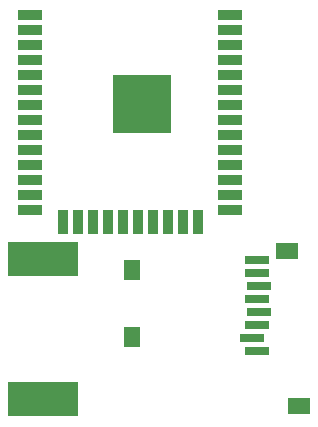
<source format=gbr>
%TF.GenerationSoftware,KiCad,Pcbnew,(6.0.1)*%
%TF.CreationDate,2022-09-11T15:04:47+02:00*%
%TF.ProjectId,trick-tracker,74726963-6b2d-4747-9261-636b65722e6b,rev?*%
%TF.SameCoordinates,Original*%
%TF.FileFunction,Paste,Bot*%
%TF.FilePolarity,Positive*%
%FSLAX46Y46*%
G04 Gerber Fmt 4.6, Leading zero omitted, Abs format (unit mm)*
G04 Created by KiCad (PCBNEW (6.0.1)) date 2022-09-11 15:04:47*
%MOMM*%
%LPD*%
G01*
G04 APERTURE LIST*
%ADD10R,2.000000X0.800000*%
%ADD11R,1.400000X1.800000*%
%ADD12R,1.900000X1.400000*%
%ADD13R,6.000000X3.000000*%
%ADD14R,2.000000X0.900000*%
%ADD15R,0.900000X2.000000*%
%ADD16R,5.000000X5.000000*%
G04 APERTURE END LIST*
D10*
%TO.C,J4*%
X156260000Y-125384000D03*
X155860000Y-124284000D03*
X156260000Y-123184000D03*
X156460000Y-122084000D03*
X156260000Y-120984000D03*
X156460000Y-119884000D03*
X156260000Y-118784000D03*
X156260000Y-117684000D03*
D11*
X145710000Y-118494000D03*
X145710000Y-124194000D03*
D12*
X158860000Y-116894000D03*
X159860000Y-130044000D03*
%TD*%
D13*
%TO.C,P1*%
X138176000Y-129444000D03*
X138176000Y-117544000D03*
%TD*%
D14*
%TO.C,U3*%
X154042000Y-96944000D03*
X154042000Y-98214000D03*
X154042000Y-99484000D03*
X154042000Y-100754000D03*
X154042000Y-102024000D03*
X154042000Y-103294000D03*
X154042000Y-104564000D03*
X154042000Y-105834000D03*
X154042000Y-107104000D03*
X154042000Y-108374000D03*
X154042000Y-109644000D03*
X154042000Y-110914000D03*
X154042000Y-112184000D03*
X154042000Y-113454000D03*
D15*
X151257000Y-114454000D03*
X149987000Y-114454000D03*
X148717000Y-114454000D03*
X147447000Y-114454000D03*
X146177000Y-114454000D03*
X144907000Y-114454000D03*
X143637000Y-114454000D03*
X142367000Y-114454000D03*
X141097000Y-114454000D03*
X139827000Y-114454000D03*
D14*
X137042000Y-113454000D03*
X137042000Y-112184000D03*
X137042000Y-110914000D03*
X137042000Y-109644000D03*
X137042000Y-108374000D03*
X137042000Y-107104000D03*
X137042000Y-105834000D03*
X137042000Y-104564000D03*
X137042000Y-103294000D03*
X137042000Y-102024000D03*
X137042000Y-100754000D03*
X137042000Y-99484000D03*
X137042000Y-98214000D03*
X137042000Y-96944000D03*
D16*
X146542000Y-104444000D03*
%TD*%
M02*

</source>
